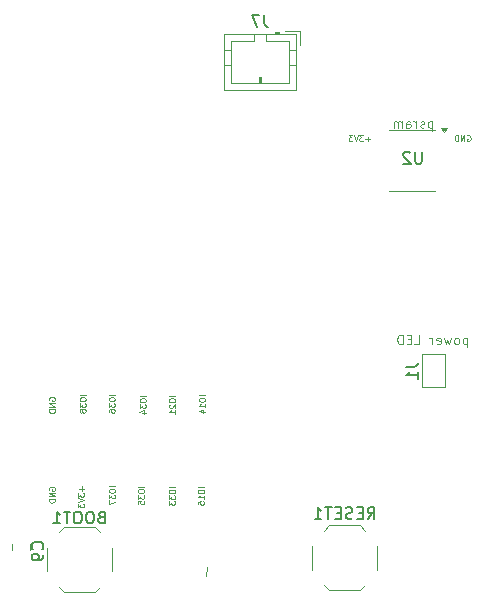
<source format=gbr>
%TF.GenerationSoftware,KiCad,Pcbnew,9.0.0*%
%TF.CreationDate,2026-01-18T15:38:31-05:00*%
%TF.ProjectId,hackapet_v4,6861636b-6170-4657-945f-76342e6b6963,rev?*%
%TF.SameCoordinates,Original*%
%TF.FileFunction,Legend,Bot*%
%TF.FilePolarity,Positive*%
%FSLAX46Y46*%
G04 Gerber Fmt 4.6, Leading zero omitted, Abs format (unit mm)*
G04 Created by KiCad (PCBNEW 9.0.0) date 2026-01-18 15:38:31*
%MOMM*%
%LPD*%
G01*
G04 APERTURE LIST*
%ADD10C,0.100000*%
%ADD11C,0.050000*%
%ADD12C,0.150000*%
%ADD13C,0.120000*%
G04 APERTURE END LIST*
D10*
X209088095Y-70113561D02*
X209088095Y-70913561D01*
X209088095Y-70151657D02*
X209011905Y-70113561D01*
X209011905Y-70113561D02*
X208859524Y-70113561D01*
X208859524Y-70113561D02*
X208783333Y-70151657D01*
X208783333Y-70151657D02*
X208745238Y-70189752D01*
X208745238Y-70189752D02*
X208707143Y-70265942D01*
X208707143Y-70265942D02*
X208707143Y-70494514D01*
X208707143Y-70494514D02*
X208745238Y-70570704D01*
X208745238Y-70570704D02*
X208783333Y-70608800D01*
X208783333Y-70608800D02*
X208859524Y-70646895D01*
X208859524Y-70646895D02*
X209011905Y-70646895D01*
X209011905Y-70646895D02*
X209088095Y-70608800D01*
X208402381Y-70608800D02*
X208326190Y-70646895D01*
X208326190Y-70646895D02*
X208173809Y-70646895D01*
X208173809Y-70646895D02*
X208097619Y-70608800D01*
X208097619Y-70608800D02*
X208059523Y-70532609D01*
X208059523Y-70532609D02*
X208059523Y-70494514D01*
X208059523Y-70494514D02*
X208097619Y-70418323D01*
X208097619Y-70418323D02*
X208173809Y-70380228D01*
X208173809Y-70380228D02*
X208288095Y-70380228D01*
X208288095Y-70380228D02*
X208364285Y-70342133D01*
X208364285Y-70342133D02*
X208402381Y-70265942D01*
X208402381Y-70265942D02*
X208402381Y-70227847D01*
X208402381Y-70227847D02*
X208364285Y-70151657D01*
X208364285Y-70151657D02*
X208288095Y-70113561D01*
X208288095Y-70113561D02*
X208173809Y-70113561D01*
X208173809Y-70113561D02*
X208097619Y-70151657D01*
X207716666Y-70646895D02*
X207716666Y-70113561D01*
X207716666Y-70265942D02*
X207678571Y-70189752D01*
X207678571Y-70189752D02*
X207640476Y-70151657D01*
X207640476Y-70151657D02*
X207564285Y-70113561D01*
X207564285Y-70113561D02*
X207488095Y-70113561D01*
X206878571Y-70646895D02*
X206878571Y-70227847D01*
X206878571Y-70227847D02*
X206916666Y-70151657D01*
X206916666Y-70151657D02*
X206992857Y-70113561D01*
X206992857Y-70113561D02*
X207145238Y-70113561D01*
X207145238Y-70113561D02*
X207221428Y-70151657D01*
X206878571Y-70608800D02*
X206954762Y-70646895D01*
X206954762Y-70646895D02*
X207145238Y-70646895D01*
X207145238Y-70646895D02*
X207221428Y-70608800D01*
X207221428Y-70608800D02*
X207259524Y-70532609D01*
X207259524Y-70532609D02*
X207259524Y-70456419D01*
X207259524Y-70456419D02*
X207221428Y-70380228D01*
X207221428Y-70380228D02*
X207145238Y-70342133D01*
X207145238Y-70342133D02*
X206954762Y-70342133D01*
X206954762Y-70342133D02*
X206878571Y-70304038D01*
X206497618Y-70646895D02*
X206497618Y-70113561D01*
X206497618Y-70189752D02*
X206459523Y-70151657D01*
X206459523Y-70151657D02*
X206383333Y-70113561D01*
X206383333Y-70113561D02*
X206269047Y-70113561D01*
X206269047Y-70113561D02*
X206192856Y-70151657D01*
X206192856Y-70151657D02*
X206154761Y-70227847D01*
X206154761Y-70227847D02*
X206154761Y-70646895D01*
X206154761Y-70227847D02*
X206116666Y-70151657D01*
X206116666Y-70151657D02*
X206040475Y-70113561D01*
X206040475Y-70113561D02*
X205926190Y-70113561D01*
X205926190Y-70113561D02*
X205849999Y-70151657D01*
X205849999Y-70151657D02*
X205811904Y-70227847D01*
X205811904Y-70227847D02*
X205811904Y-70646895D01*
D11*
X203798058Y-71595733D02*
X203417106Y-71595733D01*
X203607582Y-71786209D02*
X203607582Y-71405257D01*
X203226629Y-71286209D02*
X202917105Y-71286209D01*
X202917105Y-71286209D02*
X203083772Y-71476685D01*
X203083772Y-71476685D02*
X203012343Y-71476685D01*
X203012343Y-71476685D02*
X202964724Y-71500495D01*
X202964724Y-71500495D02*
X202940915Y-71524304D01*
X202940915Y-71524304D02*
X202917105Y-71571923D01*
X202917105Y-71571923D02*
X202917105Y-71690971D01*
X202917105Y-71690971D02*
X202940915Y-71738590D01*
X202940915Y-71738590D02*
X202964724Y-71762400D01*
X202964724Y-71762400D02*
X203012343Y-71786209D01*
X203012343Y-71786209D02*
X203155200Y-71786209D01*
X203155200Y-71786209D02*
X203202819Y-71762400D01*
X203202819Y-71762400D02*
X203226629Y-71738590D01*
X202774248Y-71286209D02*
X202607582Y-71786209D01*
X202607582Y-71786209D02*
X202440915Y-71286209D01*
X202321868Y-71286209D02*
X202012344Y-71286209D01*
X202012344Y-71286209D02*
X202179011Y-71476685D01*
X202179011Y-71476685D02*
X202107582Y-71476685D01*
X202107582Y-71476685D02*
X202059963Y-71500495D01*
X202059963Y-71500495D02*
X202036154Y-71524304D01*
X202036154Y-71524304D02*
X202012344Y-71571923D01*
X202012344Y-71571923D02*
X202012344Y-71690971D01*
X202012344Y-71690971D02*
X202036154Y-71738590D01*
X202036154Y-71738590D02*
X202059963Y-71762400D01*
X202059963Y-71762400D02*
X202107582Y-71786209D01*
X202107582Y-71786209D02*
X202250439Y-71786209D01*
X202250439Y-71786209D02*
X202298058Y-71762400D01*
X202298058Y-71762400D02*
X202321868Y-71738590D01*
X212036153Y-71310019D02*
X212083772Y-71286209D01*
X212083772Y-71286209D02*
X212155201Y-71286209D01*
X212155201Y-71286209D02*
X212226629Y-71310019D01*
X212226629Y-71310019D02*
X212274248Y-71357638D01*
X212274248Y-71357638D02*
X212298058Y-71405257D01*
X212298058Y-71405257D02*
X212321867Y-71500495D01*
X212321867Y-71500495D02*
X212321867Y-71571923D01*
X212321867Y-71571923D02*
X212298058Y-71667161D01*
X212298058Y-71667161D02*
X212274248Y-71714780D01*
X212274248Y-71714780D02*
X212226629Y-71762400D01*
X212226629Y-71762400D02*
X212155201Y-71786209D01*
X212155201Y-71786209D02*
X212107582Y-71786209D01*
X212107582Y-71786209D02*
X212036153Y-71762400D01*
X212036153Y-71762400D02*
X212012344Y-71738590D01*
X212012344Y-71738590D02*
X212012344Y-71571923D01*
X212012344Y-71571923D02*
X212107582Y-71571923D01*
X211798058Y-71786209D02*
X211798058Y-71286209D01*
X211798058Y-71286209D02*
X211512344Y-71786209D01*
X211512344Y-71786209D02*
X211512344Y-71286209D01*
X211274248Y-71786209D02*
X211274248Y-71286209D01*
X211274248Y-71286209D02*
X211155200Y-71286209D01*
X211155200Y-71286209D02*
X211083772Y-71310019D01*
X211083772Y-71310019D02*
X211036153Y-71357638D01*
X211036153Y-71357638D02*
X211012343Y-71405257D01*
X211012343Y-71405257D02*
X210988534Y-71500495D01*
X210988534Y-71500495D02*
X210988534Y-71571923D01*
X210988534Y-71571923D02*
X211012343Y-71667161D01*
X211012343Y-71667161D02*
X211036153Y-71714780D01*
X211036153Y-71714780D02*
X211083772Y-71762400D01*
X211083772Y-71762400D02*
X211155200Y-71786209D01*
X211155200Y-71786209D02*
X211274248Y-71786209D01*
X184816209Y-93361941D02*
X184316209Y-93361941D01*
X184316209Y-93695274D02*
X184316209Y-93790512D01*
X184316209Y-93790512D02*
X184340019Y-93838131D01*
X184340019Y-93838131D02*
X184387638Y-93885750D01*
X184387638Y-93885750D02*
X184482876Y-93909560D01*
X184482876Y-93909560D02*
X184649542Y-93909560D01*
X184649542Y-93909560D02*
X184744780Y-93885750D01*
X184744780Y-93885750D02*
X184792400Y-93838131D01*
X184792400Y-93838131D02*
X184816209Y-93790512D01*
X184816209Y-93790512D02*
X184816209Y-93695274D01*
X184816209Y-93695274D02*
X184792400Y-93647655D01*
X184792400Y-93647655D02*
X184744780Y-93600036D01*
X184744780Y-93600036D02*
X184649542Y-93576227D01*
X184649542Y-93576227D02*
X184482876Y-93576227D01*
X184482876Y-93576227D02*
X184387638Y-93600036D01*
X184387638Y-93600036D02*
X184340019Y-93647655D01*
X184340019Y-93647655D02*
X184316209Y-93695274D01*
X184316209Y-94076227D02*
X184316209Y-94385751D01*
X184316209Y-94385751D02*
X184506685Y-94219084D01*
X184506685Y-94219084D02*
X184506685Y-94290513D01*
X184506685Y-94290513D02*
X184530495Y-94338132D01*
X184530495Y-94338132D02*
X184554304Y-94361941D01*
X184554304Y-94361941D02*
X184601923Y-94385751D01*
X184601923Y-94385751D02*
X184720971Y-94385751D01*
X184720971Y-94385751D02*
X184768590Y-94361941D01*
X184768590Y-94361941D02*
X184792400Y-94338132D01*
X184792400Y-94338132D02*
X184816209Y-94290513D01*
X184816209Y-94290513D02*
X184816209Y-94147656D01*
X184816209Y-94147656D02*
X184792400Y-94100037D01*
X184792400Y-94100037D02*
X184768590Y-94076227D01*
X184482876Y-94814322D02*
X184816209Y-94814322D01*
X184292400Y-94695274D02*
X184649542Y-94576227D01*
X184649542Y-94576227D02*
X184649542Y-94885750D01*
X182221209Y-101006941D02*
X181721209Y-101006941D01*
X181721209Y-101340274D02*
X181721209Y-101435512D01*
X181721209Y-101435512D02*
X181745019Y-101483131D01*
X181745019Y-101483131D02*
X181792638Y-101530750D01*
X181792638Y-101530750D02*
X181887876Y-101554560D01*
X181887876Y-101554560D02*
X182054542Y-101554560D01*
X182054542Y-101554560D02*
X182149780Y-101530750D01*
X182149780Y-101530750D02*
X182197400Y-101483131D01*
X182197400Y-101483131D02*
X182221209Y-101435512D01*
X182221209Y-101435512D02*
X182221209Y-101340274D01*
X182221209Y-101340274D02*
X182197400Y-101292655D01*
X182197400Y-101292655D02*
X182149780Y-101245036D01*
X182149780Y-101245036D02*
X182054542Y-101221227D01*
X182054542Y-101221227D02*
X181887876Y-101221227D01*
X181887876Y-101221227D02*
X181792638Y-101245036D01*
X181792638Y-101245036D02*
X181745019Y-101292655D01*
X181745019Y-101292655D02*
X181721209Y-101340274D01*
X181721209Y-101721227D02*
X181721209Y-102030751D01*
X181721209Y-102030751D02*
X181911685Y-101864084D01*
X181911685Y-101864084D02*
X181911685Y-101935513D01*
X181911685Y-101935513D02*
X181935495Y-101983132D01*
X181935495Y-101983132D02*
X181959304Y-102006941D01*
X181959304Y-102006941D02*
X182006923Y-102030751D01*
X182006923Y-102030751D02*
X182125971Y-102030751D01*
X182125971Y-102030751D02*
X182173590Y-102006941D01*
X182173590Y-102006941D02*
X182197400Y-101983132D01*
X182197400Y-101983132D02*
X182221209Y-101935513D01*
X182221209Y-101935513D02*
X182221209Y-101792656D01*
X182221209Y-101792656D02*
X182197400Y-101745037D01*
X182197400Y-101745037D02*
X182173590Y-101721227D01*
X181721209Y-102197417D02*
X181721209Y-102530750D01*
X181721209Y-102530750D02*
X182221209Y-102316465D01*
X179385733Y-101011941D02*
X179385733Y-101392894D01*
X179576209Y-101202417D02*
X179195257Y-101202417D01*
X179076209Y-101583370D02*
X179076209Y-101892894D01*
X179076209Y-101892894D02*
X179266685Y-101726227D01*
X179266685Y-101726227D02*
X179266685Y-101797656D01*
X179266685Y-101797656D02*
X179290495Y-101845275D01*
X179290495Y-101845275D02*
X179314304Y-101869084D01*
X179314304Y-101869084D02*
X179361923Y-101892894D01*
X179361923Y-101892894D02*
X179480971Y-101892894D01*
X179480971Y-101892894D02*
X179528590Y-101869084D01*
X179528590Y-101869084D02*
X179552400Y-101845275D01*
X179552400Y-101845275D02*
X179576209Y-101797656D01*
X179576209Y-101797656D02*
X179576209Y-101654799D01*
X179576209Y-101654799D02*
X179552400Y-101607180D01*
X179552400Y-101607180D02*
X179528590Y-101583370D01*
X179076209Y-102035751D02*
X179576209Y-102202417D01*
X179576209Y-102202417D02*
X179076209Y-102369084D01*
X179076209Y-102488131D02*
X179076209Y-102797655D01*
X179076209Y-102797655D02*
X179266685Y-102630988D01*
X179266685Y-102630988D02*
X179266685Y-102702417D01*
X179266685Y-102702417D02*
X179290495Y-102750036D01*
X179290495Y-102750036D02*
X179314304Y-102773845D01*
X179314304Y-102773845D02*
X179361923Y-102797655D01*
X179361923Y-102797655D02*
X179480971Y-102797655D01*
X179480971Y-102797655D02*
X179528590Y-102773845D01*
X179528590Y-102773845D02*
X179552400Y-102750036D01*
X179552400Y-102750036D02*
X179576209Y-102702417D01*
X179576209Y-102702417D02*
X179576209Y-102559560D01*
X179576209Y-102559560D02*
X179552400Y-102511941D01*
X179552400Y-102511941D02*
X179528590Y-102488131D01*
X179726209Y-93271941D02*
X179226209Y-93271941D01*
X179226209Y-93605274D02*
X179226209Y-93700512D01*
X179226209Y-93700512D02*
X179250019Y-93748131D01*
X179250019Y-93748131D02*
X179297638Y-93795750D01*
X179297638Y-93795750D02*
X179392876Y-93819560D01*
X179392876Y-93819560D02*
X179559542Y-93819560D01*
X179559542Y-93819560D02*
X179654780Y-93795750D01*
X179654780Y-93795750D02*
X179702400Y-93748131D01*
X179702400Y-93748131D02*
X179726209Y-93700512D01*
X179726209Y-93700512D02*
X179726209Y-93605274D01*
X179726209Y-93605274D02*
X179702400Y-93557655D01*
X179702400Y-93557655D02*
X179654780Y-93510036D01*
X179654780Y-93510036D02*
X179559542Y-93486227D01*
X179559542Y-93486227D02*
X179392876Y-93486227D01*
X179392876Y-93486227D02*
X179297638Y-93510036D01*
X179297638Y-93510036D02*
X179250019Y-93557655D01*
X179250019Y-93557655D02*
X179226209Y-93605274D01*
X179226209Y-93986227D02*
X179226209Y-94295751D01*
X179226209Y-94295751D02*
X179416685Y-94129084D01*
X179416685Y-94129084D02*
X179416685Y-94200513D01*
X179416685Y-94200513D02*
X179440495Y-94248132D01*
X179440495Y-94248132D02*
X179464304Y-94271941D01*
X179464304Y-94271941D02*
X179511923Y-94295751D01*
X179511923Y-94295751D02*
X179630971Y-94295751D01*
X179630971Y-94295751D02*
X179678590Y-94271941D01*
X179678590Y-94271941D02*
X179702400Y-94248132D01*
X179702400Y-94248132D02*
X179726209Y-94200513D01*
X179726209Y-94200513D02*
X179726209Y-94057656D01*
X179726209Y-94057656D02*
X179702400Y-94010037D01*
X179702400Y-94010037D02*
X179678590Y-93986227D01*
X179440495Y-94581465D02*
X179416685Y-94533846D01*
X179416685Y-94533846D02*
X179392876Y-94510036D01*
X179392876Y-94510036D02*
X179345257Y-94486227D01*
X179345257Y-94486227D02*
X179321447Y-94486227D01*
X179321447Y-94486227D02*
X179273828Y-94510036D01*
X179273828Y-94510036D02*
X179250019Y-94533846D01*
X179250019Y-94533846D02*
X179226209Y-94581465D01*
X179226209Y-94581465D02*
X179226209Y-94676703D01*
X179226209Y-94676703D02*
X179250019Y-94724322D01*
X179250019Y-94724322D02*
X179273828Y-94748131D01*
X179273828Y-94748131D02*
X179321447Y-94771941D01*
X179321447Y-94771941D02*
X179345257Y-94771941D01*
X179345257Y-94771941D02*
X179392876Y-94748131D01*
X179392876Y-94748131D02*
X179416685Y-94724322D01*
X179416685Y-94724322D02*
X179440495Y-94676703D01*
X179440495Y-94676703D02*
X179440495Y-94581465D01*
X179440495Y-94581465D02*
X179464304Y-94533846D01*
X179464304Y-94533846D02*
X179488114Y-94510036D01*
X179488114Y-94510036D02*
X179535733Y-94486227D01*
X179535733Y-94486227D02*
X179630971Y-94486227D01*
X179630971Y-94486227D02*
X179678590Y-94510036D01*
X179678590Y-94510036D02*
X179702400Y-94533846D01*
X179702400Y-94533846D02*
X179726209Y-94581465D01*
X179726209Y-94581465D02*
X179726209Y-94676703D01*
X179726209Y-94676703D02*
X179702400Y-94724322D01*
X179702400Y-94724322D02*
X179678590Y-94748131D01*
X179678590Y-94748131D02*
X179630971Y-94771941D01*
X179630971Y-94771941D02*
X179535733Y-94771941D01*
X179535733Y-94771941D02*
X179488114Y-94748131D01*
X179488114Y-94748131D02*
X179464304Y-94724322D01*
X179464304Y-94724322D02*
X179440495Y-94676703D01*
X176650019Y-101348846D02*
X176626209Y-101301227D01*
X176626209Y-101301227D02*
X176626209Y-101229798D01*
X176626209Y-101229798D02*
X176650019Y-101158370D01*
X176650019Y-101158370D02*
X176697638Y-101110751D01*
X176697638Y-101110751D02*
X176745257Y-101086941D01*
X176745257Y-101086941D02*
X176840495Y-101063132D01*
X176840495Y-101063132D02*
X176911923Y-101063132D01*
X176911923Y-101063132D02*
X177007161Y-101086941D01*
X177007161Y-101086941D02*
X177054780Y-101110751D01*
X177054780Y-101110751D02*
X177102400Y-101158370D01*
X177102400Y-101158370D02*
X177126209Y-101229798D01*
X177126209Y-101229798D02*
X177126209Y-101277417D01*
X177126209Y-101277417D02*
X177102400Y-101348846D01*
X177102400Y-101348846D02*
X177078590Y-101372655D01*
X177078590Y-101372655D02*
X176911923Y-101372655D01*
X176911923Y-101372655D02*
X176911923Y-101277417D01*
X177126209Y-101586941D02*
X176626209Y-101586941D01*
X176626209Y-101586941D02*
X177126209Y-101872655D01*
X177126209Y-101872655D02*
X176626209Y-101872655D01*
X177126209Y-102110751D02*
X176626209Y-102110751D01*
X176626209Y-102110751D02*
X176626209Y-102229799D01*
X176626209Y-102229799D02*
X176650019Y-102301227D01*
X176650019Y-102301227D02*
X176697638Y-102348846D01*
X176697638Y-102348846D02*
X176745257Y-102372656D01*
X176745257Y-102372656D02*
X176840495Y-102396465D01*
X176840495Y-102396465D02*
X176911923Y-102396465D01*
X176911923Y-102396465D02*
X177007161Y-102372656D01*
X177007161Y-102372656D02*
X177054780Y-102348846D01*
X177054780Y-102348846D02*
X177102400Y-102301227D01*
X177102400Y-102301227D02*
X177126209Y-102229799D01*
X177126209Y-102229799D02*
X177126209Y-102110751D01*
D10*
X189914835Y-108613583D02*
X190047138Y-107863253D01*
D11*
X187281209Y-101076941D02*
X186781209Y-101076941D01*
X186781209Y-101410274D02*
X186781209Y-101505512D01*
X186781209Y-101505512D02*
X186805019Y-101553131D01*
X186805019Y-101553131D02*
X186852638Y-101600750D01*
X186852638Y-101600750D02*
X186947876Y-101624560D01*
X186947876Y-101624560D02*
X187114542Y-101624560D01*
X187114542Y-101624560D02*
X187209780Y-101600750D01*
X187209780Y-101600750D02*
X187257400Y-101553131D01*
X187257400Y-101553131D02*
X187281209Y-101505512D01*
X187281209Y-101505512D02*
X187281209Y-101410274D01*
X187281209Y-101410274D02*
X187257400Y-101362655D01*
X187257400Y-101362655D02*
X187209780Y-101315036D01*
X187209780Y-101315036D02*
X187114542Y-101291227D01*
X187114542Y-101291227D02*
X186947876Y-101291227D01*
X186947876Y-101291227D02*
X186852638Y-101315036D01*
X186852638Y-101315036D02*
X186805019Y-101362655D01*
X186805019Y-101362655D02*
X186781209Y-101410274D01*
X186781209Y-101791227D02*
X186781209Y-102100751D01*
X186781209Y-102100751D02*
X186971685Y-101934084D01*
X186971685Y-101934084D02*
X186971685Y-102005513D01*
X186971685Y-102005513D02*
X186995495Y-102053132D01*
X186995495Y-102053132D02*
X187019304Y-102076941D01*
X187019304Y-102076941D02*
X187066923Y-102100751D01*
X187066923Y-102100751D02*
X187185971Y-102100751D01*
X187185971Y-102100751D02*
X187233590Y-102076941D01*
X187233590Y-102076941D02*
X187257400Y-102053132D01*
X187257400Y-102053132D02*
X187281209Y-102005513D01*
X187281209Y-102005513D02*
X187281209Y-101862656D01*
X187281209Y-101862656D02*
X187257400Y-101815037D01*
X187257400Y-101815037D02*
X187233590Y-101791227D01*
X186781209Y-102267417D02*
X186781209Y-102576941D01*
X186781209Y-102576941D02*
X186971685Y-102410274D01*
X186971685Y-102410274D02*
X186971685Y-102481703D01*
X186971685Y-102481703D02*
X186995495Y-102529322D01*
X186995495Y-102529322D02*
X187019304Y-102553131D01*
X187019304Y-102553131D02*
X187066923Y-102576941D01*
X187066923Y-102576941D02*
X187185971Y-102576941D01*
X187185971Y-102576941D02*
X187233590Y-102553131D01*
X187233590Y-102553131D02*
X187257400Y-102529322D01*
X187257400Y-102529322D02*
X187281209Y-102481703D01*
X187281209Y-102481703D02*
X187281209Y-102338846D01*
X187281209Y-102338846D02*
X187257400Y-102291227D01*
X187257400Y-102291227D02*
X187233590Y-102267417D01*
X189836209Y-93301941D02*
X189336209Y-93301941D01*
X189336209Y-93635274D02*
X189336209Y-93730512D01*
X189336209Y-93730512D02*
X189360019Y-93778131D01*
X189360019Y-93778131D02*
X189407638Y-93825750D01*
X189407638Y-93825750D02*
X189502876Y-93849560D01*
X189502876Y-93849560D02*
X189669542Y-93849560D01*
X189669542Y-93849560D02*
X189764780Y-93825750D01*
X189764780Y-93825750D02*
X189812400Y-93778131D01*
X189812400Y-93778131D02*
X189836209Y-93730512D01*
X189836209Y-93730512D02*
X189836209Y-93635274D01*
X189836209Y-93635274D02*
X189812400Y-93587655D01*
X189812400Y-93587655D02*
X189764780Y-93540036D01*
X189764780Y-93540036D02*
X189669542Y-93516227D01*
X189669542Y-93516227D02*
X189502876Y-93516227D01*
X189502876Y-93516227D02*
X189407638Y-93540036D01*
X189407638Y-93540036D02*
X189360019Y-93587655D01*
X189360019Y-93587655D02*
X189336209Y-93635274D01*
X189836209Y-94325751D02*
X189836209Y-94040037D01*
X189836209Y-94182894D02*
X189336209Y-94182894D01*
X189336209Y-94182894D02*
X189407638Y-94135275D01*
X189407638Y-94135275D02*
X189455257Y-94087656D01*
X189455257Y-94087656D02*
X189479066Y-94040037D01*
X189502876Y-94754322D02*
X189836209Y-94754322D01*
X189312400Y-94635274D02*
X189669542Y-94516227D01*
X189669542Y-94516227D02*
X189669542Y-94825750D01*
X184681209Y-101046941D02*
X184181209Y-101046941D01*
X184181209Y-101380274D02*
X184181209Y-101475512D01*
X184181209Y-101475512D02*
X184205019Y-101523131D01*
X184205019Y-101523131D02*
X184252638Y-101570750D01*
X184252638Y-101570750D02*
X184347876Y-101594560D01*
X184347876Y-101594560D02*
X184514542Y-101594560D01*
X184514542Y-101594560D02*
X184609780Y-101570750D01*
X184609780Y-101570750D02*
X184657400Y-101523131D01*
X184657400Y-101523131D02*
X184681209Y-101475512D01*
X184681209Y-101475512D02*
X184681209Y-101380274D01*
X184681209Y-101380274D02*
X184657400Y-101332655D01*
X184657400Y-101332655D02*
X184609780Y-101285036D01*
X184609780Y-101285036D02*
X184514542Y-101261227D01*
X184514542Y-101261227D02*
X184347876Y-101261227D01*
X184347876Y-101261227D02*
X184252638Y-101285036D01*
X184252638Y-101285036D02*
X184205019Y-101332655D01*
X184205019Y-101332655D02*
X184181209Y-101380274D01*
X184181209Y-101761227D02*
X184181209Y-102070751D01*
X184181209Y-102070751D02*
X184371685Y-101904084D01*
X184371685Y-101904084D02*
X184371685Y-101975513D01*
X184371685Y-101975513D02*
X184395495Y-102023132D01*
X184395495Y-102023132D02*
X184419304Y-102046941D01*
X184419304Y-102046941D02*
X184466923Y-102070751D01*
X184466923Y-102070751D02*
X184585971Y-102070751D01*
X184585971Y-102070751D02*
X184633590Y-102046941D01*
X184633590Y-102046941D02*
X184657400Y-102023132D01*
X184657400Y-102023132D02*
X184681209Y-101975513D01*
X184681209Y-101975513D02*
X184681209Y-101832656D01*
X184681209Y-101832656D02*
X184657400Y-101785037D01*
X184657400Y-101785037D02*
X184633590Y-101761227D01*
X184181209Y-102523131D02*
X184181209Y-102285036D01*
X184181209Y-102285036D02*
X184419304Y-102261227D01*
X184419304Y-102261227D02*
X184395495Y-102285036D01*
X184395495Y-102285036D02*
X184371685Y-102332655D01*
X184371685Y-102332655D02*
X184371685Y-102451703D01*
X184371685Y-102451703D02*
X184395495Y-102499322D01*
X184395495Y-102499322D02*
X184419304Y-102523131D01*
X184419304Y-102523131D02*
X184466923Y-102546941D01*
X184466923Y-102546941D02*
X184585971Y-102546941D01*
X184585971Y-102546941D02*
X184633590Y-102523131D01*
X184633590Y-102523131D02*
X184657400Y-102499322D01*
X184657400Y-102499322D02*
X184681209Y-102451703D01*
X184681209Y-102451703D02*
X184681209Y-102332655D01*
X184681209Y-102332655D02*
X184657400Y-102285036D01*
X184657400Y-102285036D02*
X184633590Y-102261227D01*
X182196209Y-93271941D02*
X181696209Y-93271941D01*
X181696209Y-93605274D02*
X181696209Y-93700512D01*
X181696209Y-93700512D02*
X181720019Y-93748131D01*
X181720019Y-93748131D02*
X181767638Y-93795750D01*
X181767638Y-93795750D02*
X181862876Y-93819560D01*
X181862876Y-93819560D02*
X182029542Y-93819560D01*
X182029542Y-93819560D02*
X182124780Y-93795750D01*
X182124780Y-93795750D02*
X182172400Y-93748131D01*
X182172400Y-93748131D02*
X182196209Y-93700512D01*
X182196209Y-93700512D02*
X182196209Y-93605274D01*
X182196209Y-93605274D02*
X182172400Y-93557655D01*
X182172400Y-93557655D02*
X182124780Y-93510036D01*
X182124780Y-93510036D02*
X182029542Y-93486227D01*
X182029542Y-93486227D02*
X181862876Y-93486227D01*
X181862876Y-93486227D02*
X181767638Y-93510036D01*
X181767638Y-93510036D02*
X181720019Y-93557655D01*
X181720019Y-93557655D02*
X181696209Y-93605274D01*
X181696209Y-93986227D02*
X181696209Y-94295751D01*
X181696209Y-94295751D02*
X181886685Y-94129084D01*
X181886685Y-94129084D02*
X181886685Y-94200513D01*
X181886685Y-94200513D02*
X181910495Y-94248132D01*
X181910495Y-94248132D02*
X181934304Y-94271941D01*
X181934304Y-94271941D02*
X181981923Y-94295751D01*
X181981923Y-94295751D02*
X182100971Y-94295751D01*
X182100971Y-94295751D02*
X182148590Y-94271941D01*
X182148590Y-94271941D02*
X182172400Y-94248132D01*
X182172400Y-94248132D02*
X182196209Y-94200513D01*
X182196209Y-94200513D02*
X182196209Y-94057656D01*
X182196209Y-94057656D02*
X182172400Y-94010037D01*
X182172400Y-94010037D02*
X182148590Y-93986227D01*
X181696209Y-94724322D02*
X181696209Y-94629084D01*
X181696209Y-94629084D02*
X181720019Y-94581465D01*
X181720019Y-94581465D02*
X181743828Y-94557655D01*
X181743828Y-94557655D02*
X181815257Y-94510036D01*
X181815257Y-94510036D02*
X181910495Y-94486227D01*
X181910495Y-94486227D02*
X182100971Y-94486227D01*
X182100971Y-94486227D02*
X182148590Y-94510036D01*
X182148590Y-94510036D02*
X182172400Y-94533846D01*
X182172400Y-94533846D02*
X182196209Y-94581465D01*
X182196209Y-94581465D02*
X182196209Y-94676703D01*
X182196209Y-94676703D02*
X182172400Y-94724322D01*
X182172400Y-94724322D02*
X182148590Y-94748131D01*
X182148590Y-94748131D02*
X182100971Y-94771941D01*
X182100971Y-94771941D02*
X181981923Y-94771941D01*
X181981923Y-94771941D02*
X181934304Y-94748131D01*
X181934304Y-94748131D02*
X181910495Y-94724322D01*
X181910495Y-94724322D02*
X181886685Y-94676703D01*
X181886685Y-94676703D02*
X181886685Y-94581465D01*
X181886685Y-94581465D02*
X181910495Y-94533846D01*
X181910495Y-94533846D02*
X181934304Y-94510036D01*
X181934304Y-94510036D02*
X181981923Y-94486227D01*
X189741209Y-101076941D02*
X189241209Y-101076941D01*
X189241209Y-101410274D02*
X189241209Y-101505512D01*
X189241209Y-101505512D02*
X189265019Y-101553131D01*
X189265019Y-101553131D02*
X189312638Y-101600750D01*
X189312638Y-101600750D02*
X189407876Y-101624560D01*
X189407876Y-101624560D02*
X189574542Y-101624560D01*
X189574542Y-101624560D02*
X189669780Y-101600750D01*
X189669780Y-101600750D02*
X189717400Y-101553131D01*
X189717400Y-101553131D02*
X189741209Y-101505512D01*
X189741209Y-101505512D02*
X189741209Y-101410274D01*
X189741209Y-101410274D02*
X189717400Y-101362655D01*
X189717400Y-101362655D02*
X189669780Y-101315036D01*
X189669780Y-101315036D02*
X189574542Y-101291227D01*
X189574542Y-101291227D02*
X189407876Y-101291227D01*
X189407876Y-101291227D02*
X189312638Y-101315036D01*
X189312638Y-101315036D02*
X189265019Y-101362655D01*
X189265019Y-101362655D02*
X189241209Y-101410274D01*
X189741209Y-102100751D02*
X189741209Y-101815037D01*
X189741209Y-101957894D02*
X189241209Y-101957894D01*
X189241209Y-101957894D02*
X189312638Y-101910275D01*
X189312638Y-101910275D02*
X189360257Y-101862656D01*
X189360257Y-101862656D02*
X189384066Y-101815037D01*
X189241209Y-102553131D02*
X189241209Y-102315036D01*
X189241209Y-102315036D02*
X189479304Y-102291227D01*
X189479304Y-102291227D02*
X189455495Y-102315036D01*
X189455495Y-102315036D02*
X189431685Y-102362655D01*
X189431685Y-102362655D02*
X189431685Y-102481703D01*
X189431685Y-102481703D02*
X189455495Y-102529322D01*
X189455495Y-102529322D02*
X189479304Y-102553131D01*
X189479304Y-102553131D02*
X189526923Y-102576941D01*
X189526923Y-102576941D02*
X189645971Y-102576941D01*
X189645971Y-102576941D02*
X189693590Y-102553131D01*
X189693590Y-102553131D02*
X189717400Y-102529322D01*
X189717400Y-102529322D02*
X189741209Y-102481703D01*
X189741209Y-102481703D02*
X189741209Y-102362655D01*
X189741209Y-102362655D02*
X189717400Y-102315036D01*
X189717400Y-102315036D02*
X189693590Y-102291227D01*
X176660019Y-93748846D02*
X176636209Y-93701227D01*
X176636209Y-93701227D02*
X176636209Y-93629798D01*
X176636209Y-93629798D02*
X176660019Y-93558370D01*
X176660019Y-93558370D02*
X176707638Y-93510751D01*
X176707638Y-93510751D02*
X176755257Y-93486941D01*
X176755257Y-93486941D02*
X176850495Y-93463132D01*
X176850495Y-93463132D02*
X176921923Y-93463132D01*
X176921923Y-93463132D02*
X177017161Y-93486941D01*
X177017161Y-93486941D02*
X177064780Y-93510751D01*
X177064780Y-93510751D02*
X177112400Y-93558370D01*
X177112400Y-93558370D02*
X177136209Y-93629798D01*
X177136209Y-93629798D02*
X177136209Y-93677417D01*
X177136209Y-93677417D02*
X177112400Y-93748846D01*
X177112400Y-93748846D02*
X177088590Y-93772655D01*
X177088590Y-93772655D02*
X176921923Y-93772655D01*
X176921923Y-93772655D02*
X176921923Y-93677417D01*
X177136209Y-93986941D02*
X176636209Y-93986941D01*
X176636209Y-93986941D02*
X177136209Y-94272655D01*
X177136209Y-94272655D02*
X176636209Y-94272655D01*
X177136209Y-94510751D02*
X176636209Y-94510751D01*
X176636209Y-94510751D02*
X176636209Y-94629799D01*
X176636209Y-94629799D02*
X176660019Y-94701227D01*
X176660019Y-94701227D02*
X176707638Y-94748846D01*
X176707638Y-94748846D02*
X176755257Y-94772656D01*
X176755257Y-94772656D02*
X176850495Y-94796465D01*
X176850495Y-94796465D02*
X176921923Y-94796465D01*
X176921923Y-94796465D02*
X177017161Y-94772656D01*
X177017161Y-94772656D02*
X177064780Y-94748846D01*
X177064780Y-94748846D02*
X177112400Y-94701227D01*
X177112400Y-94701227D02*
X177136209Y-94629799D01*
X177136209Y-94629799D02*
X177136209Y-94510751D01*
X187306209Y-93361941D02*
X186806209Y-93361941D01*
X186806209Y-93695274D02*
X186806209Y-93790512D01*
X186806209Y-93790512D02*
X186830019Y-93838131D01*
X186830019Y-93838131D02*
X186877638Y-93885750D01*
X186877638Y-93885750D02*
X186972876Y-93909560D01*
X186972876Y-93909560D02*
X187139542Y-93909560D01*
X187139542Y-93909560D02*
X187234780Y-93885750D01*
X187234780Y-93885750D02*
X187282400Y-93838131D01*
X187282400Y-93838131D02*
X187306209Y-93790512D01*
X187306209Y-93790512D02*
X187306209Y-93695274D01*
X187306209Y-93695274D02*
X187282400Y-93647655D01*
X187282400Y-93647655D02*
X187234780Y-93600036D01*
X187234780Y-93600036D02*
X187139542Y-93576227D01*
X187139542Y-93576227D02*
X186972876Y-93576227D01*
X186972876Y-93576227D02*
X186877638Y-93600036D01*
X186877638Y-93600036D02*
X186830019Y-93647655D01*
X186830019Y-93647655D02*
X186806209Y-93695274D01*
X186853828Y-94100037D02*
X186830019Y-94123846D01*
X186830019Y-94123846D02*
X186806209Y-94171465D01*
X186806209Y-94171465D02*
X186806209Y-94290513D01*
X186806209Y-94290513D02*
X186830019Y-94338132D01*
X186830019Y-94338132D02*
X186853828Y-94361941D01*
X186853828Y-94361941D02*
X186901447Y-94385751D01*
X186901447Y-94385751D02*
X186949066Y-94385751D01*
X186949066Y-94385751D02*
X187020495Y-94361941D01*
X187020495Y-94361941D02*
X187306209Y-94076227D01*
X187306209Y-94076227D02*
X187306209Y-94385751D01*
X187306209Y-94861941D02*
X187306209Y-94576227D01*
X187306209Y-94719084D02*
X186806209Y-94719084D01*
X186806209Y-94719084D02*
X186877638Y-94671465D01*
X186877638Y-94671465D02*
X186925257Y-94623846D01*
X186925257Y-94623846D02*
X186949066Y-94576227D01*
D10*
X212033333Y-88463561D02*
X212033333Y-89263561D01*
X212033333Y-88501657D02*
X211957143Y-88463561D01*
X211957143Y-88463561D02*
X211804762Y-88463561D01*
X211804762Y-88463561D02*
X211728571Y-88501657D01*
X211728571Y-88501657D02*
X211690476Y-88539752D01*
X211690476Y-88539752D02*
X211652381Y-88615942D01*
X211652381Y-88615942D02*
X211652381Y-88844514D01*
X211652381Y-88844514D02*
X211690476Y-88920704D01*
X211690476Y-88920704D02*
X211728571Y-88958800D01*
X211728571Y-88958800D02*
X211804762Y-88996895D01*
X211804762Y-88996895D02*
X211957143Y-88996895D01*
X211957143Y-88996895D02*
X212033333Y-88958800D01*
X211195238Y-88996895D02*
X211271428Y-88958800D01*
X211271428Y-88958800D02*
X211309523Y-88920704D01*
X211309523Y-88920704D02*
X211347619Y-88844514D01*
X211347619Y-88844514D02*
X211347619Y-88615942D01*
X211347619Y-88615942D02*
X211309523Y-88539752D01*
X211309523Y-88539752D02*
X211271428Y-88501657D01*
X211271428Y-88501657D02*
X211195238Y-88463561D01*
X211195238Y-88463561D02*
X211080952Y-88463561D01*
X211080952Y-88463561D02*
X211004761Y-88501657D01*
X211004761Y-88501657D02*
X210966666Y-88539752D01*
X210966666Y-88539752D02*
X210928571Y-88615942D01*
X210928571Y-88615942D02*
X210928571Y-88844514D01*
X210928571Y-88844514D02*
X210966666Y-88920704D01*
X210966666Y-88920704D02*
X211004761Y-88958800D01*
X211004761Y-88958800D02*
X211080952Y-88996895D01*
X211080952Y-88996895D02*
X211195238Y-88996895D01*
X210661904Y-88463561D02*
X210509523Y-88996895D01*
X210509523Y-88996895D02*
X210357142Y-88615942D01*
X210357142Y-88615942D02*
X210204761Y-88996895D01*
X210204761Y-88996895D02*
X210052380Y-88463561D01*
X209442856Y-88958800D02*
X209519047Y-88996895D01*
X209519047Y-88996895D02*
X209671428Y-88996895D01*
X209671428Y-88996895D02*
X209747618Y-88958800D01*
X209747618Y-88958800D02*
X209785714Y-88882609D01*
X209785714Y-88882609D02*
X209785714Y-88577847D01*
X209785714Y-88577847D02*
X209747618Y-88501657D01*
X209747618Y-88501657D02*
X209671428Y-88463561D01*
X209671428Y-88463561D02*
X209519047Y-88463561D01*
X209519047Y-88463561D02*
X209442856Y-88501657D01*
X209442856Y-88501657D02*
X209404761Y-88577847D01*
X209404761Y-88577847D02*
X209404761Y-88654038D01*
X209404761Y-88654038D02*
X209785714Y-88730228D01*
X209061904Y-88996895D02*
X209061904Y-88463561D01*
X209061904Y-88615942D02*
X209023809Y-88539752D01*
X209023809Y-88539752D02*
X208985714Y-88501657D01*
X208985714Y-88501657D02*
X208909523Y-88463561D01*
X208909523Y-88463561D02*
X208833333Y-88463561D01*
X207576190Y-88996895D02*
X207957142Y-88996895D01*
X207957142Y-88996895D02*
X207957142Y-88196895D01*
X207309523Y-88577847D02*
X207042857Y-88577847D01*
X206928571Y-88996895D02*
X207309523Y-88996895D01*
X207309523Y-88996895D02*
X207309523Y-88196895D01*
X207309523Y-88196895D02*
X206928571Y-88196895D01*
X206585713Y-88996895D02*
X206585713Y-88196895D01*
X206585713Y-88196895D02*
X206395237Y-88196895D01*
X206395237Y-88196895D02*
X206280951Y-88234990D01*
X206280951Y-88234990D02*
X206204761Y-88311180D01*
X206204761Y-88311180D02*
X206166666Y-88387371D01*
X206166666Y-88387371D02*
X206128570Y-88539752D01*
X206128570Y-88539752D02*
X206128570Y-88654038D01*
X206128570Y-88654038D02*
X206166666Y-88806419D01*
X206166666Y-88806419D02*
X206204761Y-88882609D01*
X206204761Y-88882609D02*
X206280951Y-88958800D01*
X206280951Y-88958800D02*
X206395237Y-88996895D01*
X206395237Y-88996895D02*
X206585713Y-88996895D01*
D12*
X208191904Y-72699819D02*
X208191904Y-73509342D01*
X208191904Y-73509342D02*
X208144285Y-73604580D01*
X208144285Y-73604580D02*
X208096666Y-73652200D01*
X208096666Y-73652200D02*
X208001428Y-73699819D01*
X208001428Y-73699819D02*
X207810952Y-73699819D01*
X207810952Y-73699819D02*
X207715714Y-73652200D01*
X207715714Y-73652200D02*
X207668095Y-73604580D01*
X207668095Y-73604580D02*
X207620476Y-73509342D01*
X207620476Y-73509342D02*
X207620476Y-72699819D01*
X207191904Y-72795057D02*
X207144285Y-72747438D01*
X207144285Y-72747438D02*
X207049047Y-72699819D01*
X207049047Y-72699819D02*
X206810952Y-72699819D01*
X206810952Y-72699819D02*
X206715714Y-72747438D01*
X206715714Y-72747438D02*
X206668095Y-72795057D01*
X206668095Y-72795057D02*
X206620476Y-72890295D01*
X206620476Y-72890295D02*
X206620476Y-72985533D01*
X206620476Y-72985533D02*
X206668095Y-73128390D01*
X206668095Y-73128390D02*
X207239523Y-73699819D01*
X207239523Y-73699819D02*
X206620476Y-73699819D01*
X181058333Y-103631009D02*
X180915476Y-103678628D01*
X180915476Y-103678628D02*
X180867857Y-103726247D01*
X180867857Y-103726247D02*
X180820238Y-103821485D01*
X180820238Y-103821485D02*
X180820238Y-103964342D01*
X180820238Y-103964342D02*
X180867857Y-104059580D01*
X180867857Y-104059580D02*
X180915476Y-104107200D01*
X180915476Y-104107200D02*
X181010714Y-104154819D01*
X181010714Y-104154819D02*
X181391666Y-104154819D01*
X181391666Y-104154819D02*
X181391666Y-103154819D01*
X181391666Y-103154819D02*
X181058333Y-103154819D01*
X181058333Y-103154819D02*
X180963095Y-103202438D01*
X180963095Y-103202438D02*
X180915476Y-103250057D01*
X180915476Y-103250057D02*
X180867857Y-103345295D01*
X180867857Y-103345295D02*
X180867857Y-103440533D01*
X180867857Y-103440533D02*
X180915476Y-103535771D01*
X180915476Y-103535771D02*
X180963095Y-103583390D01*
X180963095Y-103583390D02*
X181058333Y-103631009D01*
X181058333Y-103631009D02*
X181391666Y-103631009D01*
X180201190Y-103154819D02*
X180010714Y-103154819D01*
X180010714Y-103154819D02*
X179915476Y-103202438D01*
X179915476Y-103202438D02*
X179820238Y-103297676D01*
X179820238Y-103297676D02*
X179772619Y-103488152D01*
X179772619Y-103488152D02*
X179772619Y-103821485D01*
X179772619Y-103821485D02*
X179820238Y-104011961D01*
X179820238Y-104011961D02*
X179915476Y-104107200D01*
X179915476Y-104107200D02*
X180010714Y-104154819D01*
X180010714Y-104154819D02*
X180201190Y-104154819D01*
X180201190Y-104154819D02*
X180296428Y-104107200D01*
X180296428Y-104107200D02*
X180391666Y-104011961D01*
X180391666Y-104011961D02*
X180439285Y-103821485D01*
X180439285Y-103821485D02*
X180439285Y-103488152D01*
X180439285Y-103488152D02*
X180391666Y-103297676D01*
X180391666Y-103297676D02*
X180296428Y-103202438D01*
X180296428Y-103202438D02*
X180201190Y-103154819D01*
X179153571Y-103154819D02*
X178963095Y-103154819D01*
X178963095Y-103154819D02*
X178867857Y-103202438D01*
X178867857Y-103202438D02*
X178772619Y-103297676D01*
X178772619Y-103297676D02*
X178725000Y-103488152D01*
X178725000Y-103488152D02*
X178725000Y-103821485D01*
X178725000Y-103821485D02*
X178772619Y-104011961D01*
X178772619Y-104011961D02*
X178867857Y-104107200D01*
X178867857Y-104107200D02*
X178963095Y-104154819D01*
X178963095Y-104154819D02*
X179153571Y-104154819D01*
X179153571Y-104154819D02*
X179248809Y-104107200D01*
X179248809Y-104107200D02*
X179344047Y-104011961D01*
X179344047Y-104011961D02*
X179391666Y-103821485D01*
X179391666Y-103821485D02*
X179391666Y-103488152D01*
X179391666Y-103488152D02*
X179344047Y-103297676D01*
X179344047Y-103297676D02*
X179248809Y-103202438D01*
X179248809Y-103202438D02*
X179153571Y-103154819D01*
X178439285Y-103154819D02*
X177867857Y-103154819D01*
X178153571Y-104154819D02*
X178153571Y-103154819D01*
X177010714Y-104154819D02*
X177582142Y-104154819D01*
X177296428Y-104154819D02*
X177296428Y-103154819D01*
X177296428Y-103154819D02*
X177391666Y-103297676D01*
X177391666Y-103297676D02*
X177486904Y-103392914D01*
X177486904Y-103392914D02*
X177582142Y-103440533D01*
X176064580Y-106333333D02*
X176112200Y-106285714D01*
X176112200Y-106285714D02*
X176159819Y-106142857D01*
X176159819Y-106142857D02*
X176159819Y-106047619D01*
X176159819Y-106047619D02*
X176112200Y-105904762D01*
X176112200Y-105904762D02*
X176016961Y-105809524D01*
X176016961Y-105809524D02*
X175921723Y-105761905D01*
X175921723Y-105761905D02*
X175731247Y-105714286D01*
X175731247Y-105714286D02*
X175588390Y-105714286D01*
X175588390Y-105714286D02*
X175397914Y-105761905D01*
X175397914Y-105761905D02*
X175302676Y-105809524D01*
X175302676Y-105809524D02*
X175207438Y-105904762D01*
X175207438Y-105904762D02*
X175159819Y-106047619D01*
X175159819Y-106047619D02*
X175159819Y-106142857D01*
X175159819Y-106142857D02*
X175207438Y-106285714D01*
X175207438Y-106285714D02*
X175255057Y-106333333D01*
X176159819Y-106809524D02*
X176159819Y-107000000D01*
X176159819Y-107000000D02*
X176112200Y-107095238D01*
X176112200Y-107095238D02*
X176064580Y-107142857D01*
X176064580Y-107142857D02*
X175921723Y-107238095D01*
X175921723Y-107238095D02*
X175731247Y-107285714D01*
X175731247Y-107285714D02*
X175350295Y-107285714D01*
X175350295Y-107285714D02*
X175255057Y-107238095D01*
X175255057Y-107238095D02*
X175207438Y-107190476D01*
X175207438Y-107190476D02*
X175159819Y-107095238D01*
X175159819Y-107095238D02*
X175159819Y-106904762D01*
X175159819Y-106904762D02*
X175207438Y-106809524D01*
X175207438Y-106809524D02*
X175255057Y-106761905D01*
X175255057Y-106761905D02*
X175350295Y-106714286D01*
X175350295Y-106714286D02*
X175588390Y-106714286D01*
X175588390Y-106714286D02*
X175683628Y-106761905D01*
X175683628Y-106761905D02*
X175731247Y-106809524D01*
X175731247Y-106809524D02*
X175778866Y-106904762D01*
X175778866Y-106904762D02*
X175778866Y-107095238D01*
X175778866Y-107095238D02*
X175731247Y-107190476D01*
X175731247Y-107190476D02*
X175683628Y-107238095D01*
X175683628Y-107238095D02*
X175588390Y-107285714D01*
X203603571Y-103779819D02*
X203936904Y-103303628D01*
X204174999Y-103779819D02*
X204174999Y-102779819D01*
X204174999Y-102779819D02*
X203794047Y-102779819D01*
X203794047Y-102779819D02*
X203698809Y-102827438D01*
X203698809Y-102827438D02*
X203651190Y-102875057D01*
X203651190Y-102875057D02*
X203603571Y-102970295D01*
X203603571Y-102970295D02*
X203603571Y-103113152D01*
X203603571Y-103113152D02*
X203651190Y-103208390D01*
X203651190Y-103208390D02*
X203698809Y-103256009D01*
X203698809Y-103256009D02*
X203794047Y-103303628D01*
X203794047Y-103303628D02*
X204174999Y-103303628D01*
X203174999Y-103256009D02*
X202841666Y-103256009D01*
X202698809Y-103779819D02*
X203174999Y-103779819D01*
X203174999Y-103779819D02*
X203174999Y-102779819D01*
X203174999Y-102779819D02*
X202698809Y-102779819D01*
X202317856Y-103732200D02*
X202174999Y-103779819D01*
X202174999Y-103779819D02*
X201936904Y-103779819D01*
X201936904Y-103779819D02*
X201841666Y-103732200D01*
X201841666Y-103732200D02*
X201794047Y-103684580D01*
X201794047Y-103684580D02*
X201746428Y-103589342D01*
X201746428Y-103589342D02*
X201746428Y-103494104D01*
X201746428Y-103494104D02*
X201794047Y-103398866D01*
X201794047Y-103398866D02*
X201841666Y-103351247D01*
X201841666Y-103351247D02*
X201936904Y-103303628D01*
X201936904Y-103303628D02*
X202127380Y-103256009D01*
X202127380Y-103256009D02*
X202222618Y-103208390D01*
X202222618Y-103208390D02*
X202270237Y-103160771D01*
X202270237Y-103160771D02*
X202317856Y-103065533D01*
X202317856Y-103065533D02*
X202317856Y-102970295D01*
X202317856Y-102970295D02*
X202270237Y-102875057D01*
X202270237Y-102875057D02*
X202222618Y-102827438D01*
X202222618Y-102827438D02*
X202127380Y-102779819D01*
X202127380Y-102779819D02*
X201889285Y-102779819D01*
X201889285Y-102779819D02*
X201746428Y-102827438D01*
X201317856Y-103256009D02*
X200984523Y-103256009D01*
X200841666Y-103779819D02*
X201317856Y-103779819D01*
X201317856Y-103779819D02*
X201317856Y-102779819D01*
X201317856Y-102779819D02*
X200841666Y-102779819D01*
X200555951Y-102779819D02*
X199984523Y-102779819D01*
X200270237Y-103779819D02*
X200270237Y-102779819D01*
X199127380Y-103779819D02*
X199698808Y-103779819D01*
X199413094Y-103779819D02*
X199413094Y-102779819D01*
X199413094Y-102779819D02*
X199508332Y-102922676D01*
X199508332Y-102922676D02*
X199603570Y-103017914D01*
X199603570Y-103017914D02*
X199698808Y-103065533D01*
X206854819Y-90916666D02*
X207569104Y-90916666D01*
X207569104Y-90916666D02*
X207711961Y-90869047D01*
X207711961Y-90869047D02*
X207807200Y-90773809D01*
X207807200Y-90773809D02*
X207854819Y-90630952D01*
X207854819Y-90630952D02*
X207854819Y-90535714D01*
X207854819Y-91916666D02*
X207854819Y-91345238D01*
X207854819Y-91630952D02*
X206854819Y-91630952D01*
X206854819Y-91630952D02*
X206997676Y-91535714D01*
X206997676Y-91535714D02*
X207092914Y-91440476D01*
X207092914Y-91440476D02*
X207140533Y-91345238D01*
X194833333Y-61104819D02*
X194833333Y-61819104D01*
X194833333Y-61819104D02*
X194880952Y-61961961D01*
X194880952Y-61961961D02*
X194976190Y-62057200D01*
X194976190Y-62057200D02*
X195119047Y-62104819D01*
X195119047Y-62104819D02*
X195214285Y-62104819D01*
X194452380Y-61104819D02*
X193785714Y-61104819D01*
X193785714Y-61104819D02*
X194214285Y-62104819D01*
D13*
%TO.C,U2*%
X210100000Y-70985000D02*
X209860000Y-70655000D01*
X210340000Y-70655000D01*
X210100000Y-70985000D01*
G36*
X210100000Y-70985000D02*
G01*
X209860000Y-70655000D01*
X210340000Y-70655000D01*
X210100000Y-70985000D01*
G37*
X209350000Y-76010000D02*
X207400000Y-76010000D01*
X209350000Y-70890000D02*
X207400000Y-70890000D01*
X205450000Y-76010000D02*
X207400000Y-76010000D01*
X205450000Y-70890000D02*
X207400000Y-70890000D01*
%TO.C,BOOT1*%
X181975000Y-108200000D02*
X181975000Y-106200000D01*
X180975000Y-104900000D02*
X180525000Y-104450000D01*
X180975000Y-109500000D02*
X180525000Y-109950000D01*
X177925000Y-104450000D02*
X180525000Y-104450000D01*
X177925000Y-109950000D02*
X180525000Y-109950000D01*
X177475000Y-104900000D02*
X177925000Y-104450000D01*
X177475000Y-109500000D02*
X177925000Y-109950000D01*
X176475000Y-108200000D02*
X176475000Y-106200000D01*
%TO.C,C9*%
X174985000Y-105888748D02*
X174985000Y-106411252D01*
X173515000Y-105888748D02*
X173515000Y-106411252D01*
%TO.C,RESET1*%
X204425000Y-108075000D02*
X204425000Y-106075000D01*
X203425000Y-104775000D02*
X202975000Y-104325000D01*
X203425000Y-109375000D02*
X202975000Y-109825000D01*
X200375000Y-104325000D02*
X202975000Y-104325000D01*
X200375000Y-109825000D02*
X202975000Y-109825000D01*
X199925000Y-104775000D02*
X200375000Y-104325000D01*
X199925000Y-109375000D02*
X200375000Y-109825000D01*
X198925000Y-108075000D02*
X198925000Y-106075000D01*
%TO.C,J1*%
X208200000Y-89850000D02*
X208200000Y-92650000D01*
X208200000Y-92650000D02*
X210200000Y-92650000D01*
X210200000Y-89850000D02*
X208200000Y-89850000D01*
X210200000Y-92650000D02*
X210200000Y-89850000D01*
%TO.C,J7*%
X191440000Y-62740000D02*
X197560000Y-62740000D01*
X191440000Y-64050000D02*
X192050000Y-64050000D01*
X191440000Y-65350000D02*
X192050000Y-65350000D01*
X191440000Y-67460000D02*
X191440000Y-62740000D01*
X192050000Y-63350000D02*
X194000000Y-63350000D01*
X192050000Y-66850000D02*
X192050000Y-63350000D01*
X194000000Y-63350000D02*
X194000000Y-62740000D01*
X194400000Y-66350000D02*
X194400000Y-66850000D01*
X194500000Y-66850000D02*
X194500000Y-66350000D01*
X194600000Y-66350000D02*
X194400000Y-66350000D01*
X194600000Y-66850000D02*
X194600000Y-66350000D01*
X195000000Y-62740000D02*
X195000000Y-63350000D01*
X195000000Y-63350000D02*
X196950000Y-63350000D01*
X195800000Y-62540000D02*
X196100000Y-62540000D01*
X195800000Y-62640000D02*
X196100000Y-62640000D01*
X195800000Y-62740000D02*
X195800000Y-62540000D01*
X196100000Y-62540000D02*
X196100000Y-62740000D01*
X196610000Y-62440000D02*
X197860000Y-62440000D01*
X196950000Y-63350000D02*
X196950000Y-66850000D01*
X196950000Y-66850000D02*
X192050000Y-66850000D01*
X197560000Y-62740000D02*
X197560000Y-67460000D01*
X197560000Y-64050000D02*
X196950000Y-64050000D01*
X197560000Y-65350000D02*
X196950000Y-65350000D01*
X197560000Y-67460000D02*
X191440000Y-67460000D01*
X197860000Y-62440000D02*
X197860000Y-63690000D01*
%TD*%
M02*

</source>
